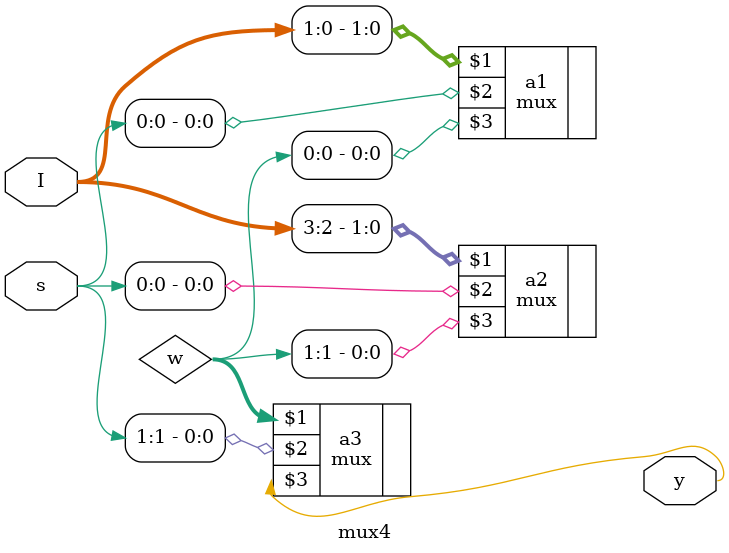
<source format=v>
module mux4(I,s,y);
input [3:0]I;
input [1:0]s;
output y;
wire [1:0]w;
mux a1(I[1:0],s[0],w[0]);
mux a2(I[3:2],s[0],w[1]);
mux a3(w[1:0],s[1],y);
endmodule

</source>
